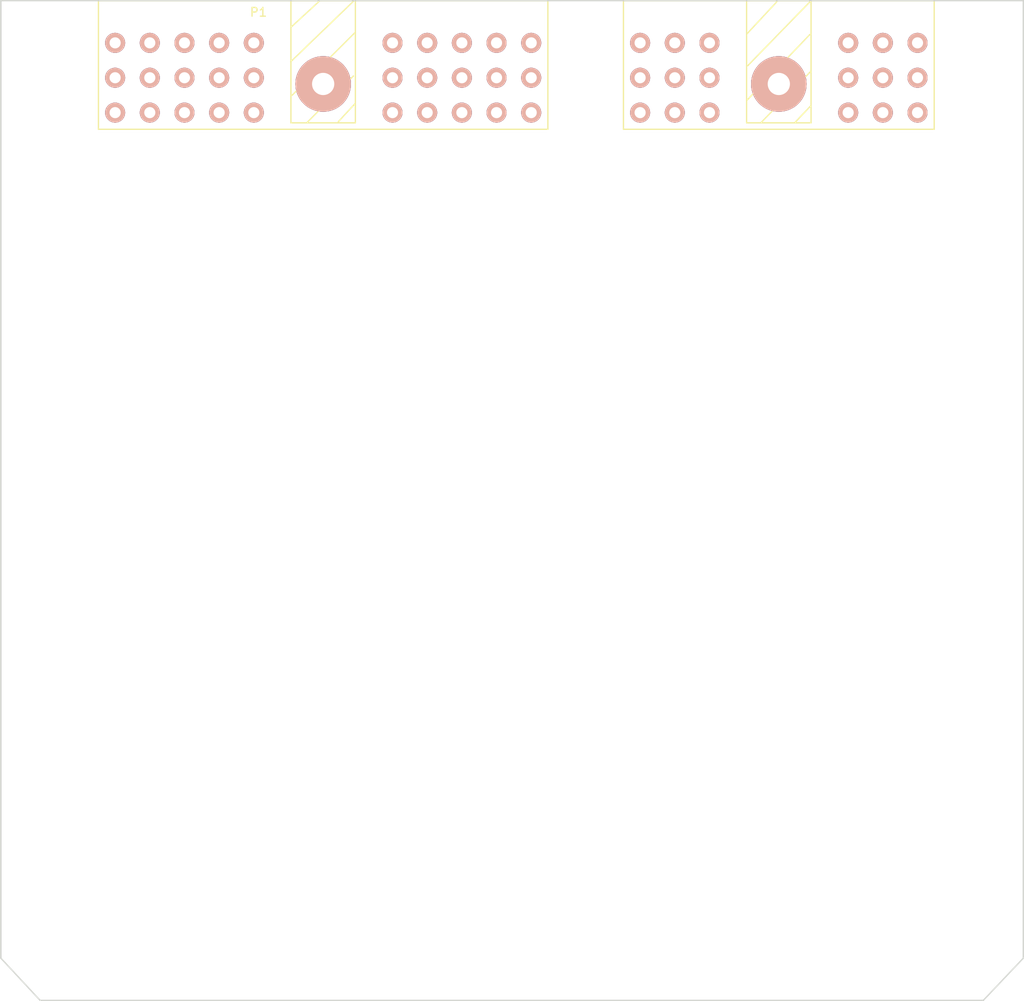
<source format=kicad_pcb>
(kicad_pcb (version 4) (host pcbnew 0.201603210401+6634~43~ubuntu14.04.1-product)

  (general
    (links 0)
    (no_connects 0)
    (area 76.099999 37.824999 185.520001 152.500001)
    (thickness 1.6)
    (drawings 21)
    (tracks 0)
    (zones 0)
    (modules 1)
    (nets 49)
  )

  (page A4)
  (layers
    (0 F.Cu signal)
    (31 B.Cu signal)
    (32 B.Adhes user)
    (33 F.Adhes user)
    (34 B.Paste user)
    (35 F.Paste user)
    (36 B.SilkS user)
    (37 F.SilkS user)
    (38 B.Mask user)
    (39 F.Mask user)
    (40 Dwgs.User user)
    (41 Cmts.User user)
    (42 Eco1.User user)
    (43 Eco2.User user)
    (44 Edge.Cuts user)
    (45 Margin user)
    (46 B.CrtYd user)
    (47 F.CrtYd user)
    (48 B.Fab user)
    (49 F.Fab user)
  )

  (setup
    (last_trace_width 0.25)
    (trace_clearance 0.2)
    (zone_clearance 0.508)
    (zone_45_only yes)
    (trace_min 0.2)
    (segment_width 0.2)
    (edge_width 0.15)
    (via_size 0.6)
    (via_drill 0.4)
    (via_min_size 0.4)
    (via_min_drill 0.3)
    (uvia_size 0.3)
    (uvia_drill 0.1)
    (uvias_allowed no)
    (uvia_min_size 0.2)
    (uvia_min_drill 0.1)
    (pcb_text_width 0.3)
    (pcb_text_size 1.5 1.5)
    (mod_edge_width 0.15)
    (mod_text_size 1 1)
    (mod_text_width 0.15)
    (pad_size 1.524 1.524)
    (pad_drill 0.762)
    (pad_to_mask_clearance 0.2)
    (aux_axis_origin 0 0)
    (grid_origin 68.58 38.1)
    (visible_elements FFFFEF7F)
    (pcbplotparams
      (layerselection 0x00030_ffffffff)
      (usegerberextensions false)
      (excludeedgelayer true)
      (linewidth 0.050000)
      (plotframeref false)
      (viasonmask false)
      (mode 1)
      (useauxorigin false)
      (hpglpennumber 1)
      (hpglpenspeed 20)
      (hpglpendiameter 15)
      (psnegative false)
      (psa4output false)
      (plotreference true)
      (plotvalue true)
      (plotinvisibletext false)
      (padsonsilk false)
      (subtractmaskfromsilk false)
      (outputformat 1)
      (mirror false)
      (drillshape 1)
      (scaleselection 1)
      (outputdirectory ""))
  )

  (net 0 "")
  (net 1 "Net-(P1-Pad7)")
  (net 2 "Net-(P1-Pad8)")
  (net 3 "Net-(P1-Pad9)")
  (net 4 "Net-(P1-Pad4)")
  (net 5 "Net-(P1-Pad1)")
  (net 6 "Net-(P1-Pad2)")
  (net 7 "Net-(P1-Pad5)")
  (net 8 "Net-(P1-Pad3)")
  (net 9 "Net-(P1-Pad6)")
  (net 10 "Net-(P1-Pad12)")
  (net 11 "Net-(P1-Pad15)")
  (net 12 "Net-(P1-Pad18)")
  (net 13 "Net-(P1-Pad11)")
  (net 14 "Net-(P1-Pad14)")
  (net 15 "Net-(P1-Pad17)")
  (net 16 "Net-(P1-Pad10)")
  (net 17 "Net-(P1-Pad13)")
  (net 18 "Net-(P1-Pad16)")
  (net 19 "Net-(P1-Pad31)")
  (net 20 "Net-(P1-Pad28)")
  (net 21 "Net-(P1-Pad25)")
  (net 22 "Net-(P1-Pad22)")
  (net 23 "Net-(P1-Pad19)")
  (net 24 "Net-(P1-Pad32)")
  (net 25 "Net-(P1-Pad29)")
  (net 26 "Net-(P1-Pad26)")
  (net 27 "Net-(P1-Pad23)")
  (net 28 "Net-(P1-Pad20)")
  (net 29 "Net-(P1-Pad33)")
  (net 30 "Net-(P1-Pad30)")
  (net 31 "Net-(P1-Pad27)")
  (net 32 "Net-(P1-Pad24)")
  (net 33 "Net-(P1-Pad21)")
  (net 34 "Net-(P1-Pad34)")
  (net 35 "Net-(P1-Pad37)")
  (net 36 "Net-(P1-Pad40)")
  (net 37 "Net-(P1-Pad43)")
  (net 38 "Net-(P1-Pad46)")
  (net 39 "Net-(P1-Pad35)")
  (net 40 "Net-(P1-Pad38)")
  (net 41 "Net-(P1-Pad41)")
  (net 42 "Net-(P1-Pad44)")
  (net 43 "Net-(P1-Pad47)")
  (net 44 "Net-(P1-Pad36)")
  (net 45 "Net-(P1-Pad39)")
  (net 46 "Net-(P1-Pad42)")
  (net 47 "Net-(P1-Pad45)")
  (net 48 "Net-(P1-Pad48)")

  (net_class Default "This is the default net class."
    (clearance 0.2)
    (trace_width 0.25)
    (via_dia 0.6)
    (via_drill 0.4)
    (uvia_dia 0.3)
    (uvia_drill 0.1)
    (add_net "Net-(P1-Pad1)")
    (add_net "Net-(P1-Pad10)")
    (add_net "Net-(P1-Pad11)")
    (add_net "Net-(P1-Pad12)")
    (add_net "Net-(P1-Pad13)")
    (add_net "Net-(P1-Pad14)")
    (add_net "Net-(P1-Pad15)")
    (add_net "Net-(P1-Pad16)")
    (add_net "Net-(P1-Pad17)")
    (add_net "Net-(P1-Pad18)")
    (add_net "Net-(P1-Pad19)")
    (add_net "Net-(P1-Pad2)")
    (add_net "Net-(P1-Pad20)")
    (add_net "Net-(P1-Pad21)")
    (add_net "Net-(P1-Pad22)")
    (add_net "Net-(P1-Pad23)")
    (add_net "Net-(P1-Pad24)")
    (add_net "Net-(P1-Pad25)")
    (add_net "Net-(P1-Pad26)")
    (add_net "Net-(P1-Pad27)")
    (add_net "Net-(P1-Pad28)")
    (add_net "Net-(P1-Pad29)")
    (add_net "Net-(P1-Pad3)")
    (add_net "Net-(P1-Pad30)")
    (add_net "Net-(P1-Pad31)")
    (add_net "Net-(P1-Pad32)")
    (add_net "Net-(P1-Pad33)")
    (add_net "Net-(P1-Pad34)")
    (add_net "Net-(P1-Pad35)")
    (add_net "Net-(P1-Pad36)")
    (add_net "Net-(P1-Pad37)")
    (add_net "Net-(P1-Pad38)")
    (add_net "Net-(P1-Pad39)")
    (add_net "Net-(P1-Pad4)")
    (add_net "Net-(P1-Pad40)")
    (add_net "Net-(P1-Pad41)")
    (add_net "Net-(P1-Pad42)")
    (add_net "Net-(P1-Pad43)")
    (add_net "Net-(P1-Pad44)")
    (add_net "Net-(P1-Pad45)")
    (add_net "Net-(P1-Pad46)")
    (add_net "Net-(P1-Pad47)")
    (add_net "Net-(P1-Pad48)")
    (add_net "Net-(P1-Pad5)")
    (add_net "Net-(P1-Pad6)")
    (add_net "Net-(P1-Pad7)")
    (add_net "Net-(P1-Pad8)")
    (add_net "Net-(P1-Pad9)")
  )

  (module cinch:Conn48pin (layer F.Cu) (tedit 56FAE7EF) (tstamp 56FB0935)
    (at 105.41 47.625)
    (path /56FAE790)
    (fp_text reference P1 (at -7.3914 -8.2042) (layer F.SilkS)
      (effects (font (size 1 1) (thickness 0.15)))
    )
    (fp_text value Conn48pin (at 9.2202 -7.9502) (layer F.Fab)
      (effects (font (size 1 1) (thickness 0.15)))
    )
    (fp_line (start -25.6794 5.1816) (end -25.6794 -9.525) (layer F.SilkS) (width 0.15))
    (fp_line (start 25.6794 5.1816) (end -25.6794 5.1816) (layer F.SilkS) (width 0.15))
    (fp_line (start 25.6794 -9.525) (end 25.6794 5.1816) (layer F.SilkS) (width 0.15))
    (fp_line (start -25.6794 -9.525) (end 25.6794 -9.525) (layer F.SilkS) (width 0.15))
    (fp_line (start 34.3154 5.1816) (end 34.3154 -9.525) (layer F.SilkS) (width 0.15))
    (fp_line (start 69.8246 5.1816) (end 34.3154 5.1816) (layer F.SilkS) (width 0.15))
    (fp_line (start 69.8246 -9.525) (end 69.8246 5.1816) (layer F.SilkS) (width 0.15))
    (fp_line (start 34.3154 -9.525) (end 69.8246 -9.525) (layer F.SilkS) (width 0.15))
    (fp_line (start 3.6322 2.2606) (end 1.7272 4.318) (layer F.SilkS) (width 0.15))
    (fp_line (start 3.4544 -0.9144) (end -1.8288 4.3942) (layer F.SilkS) (width 0.15))
    (fp_line (start 3.6068 -5.842) (end -3.556 1.2954) (layer F.SilkS) (width 0.15))
    (fp_line (start 3.5052 -9.4996) (end -3.7084 -2.54) (layer F.SilkS) (width 0.15))
    (fp_line (start -0.4572 -9.4488) (end -3.6322 -6.5278) (layer F.SilkS) (width 0.15))
    (fp_line (start 55.6768 2.54) (end 53.9242 4.3942) (layer F.SilkS) (width 0.15))
    (fp_line (start 55.7276 -1.4478) (end 50.038 4.4196) (layer F.SilkS) (width 0.15))
    (fp_line (start 55.626 -5.6642) (end 48.4632 1.8288) (layer F.SilkS) (width 0.15))
    (fp_line (start 55.7022 -9.4742) (end 48.514 -2.0828) (layer F.SilkS) (width 0.15))
    (fp_line (start 51.8414 -9.398) (end 48.4632 -5.7658) (layer F.SilkS) (width 0.15))
    (fp_line (start 55.753 -9.525) (end 48.387 -9.525) (layer F.SilkS) (width 0.15))
    (fp_line (start 55.753 4.445) (end 55.753 -9.525) (layer F.SilkS) (width 0.15))
    (fp_line (start 48.387 4.445) (end 55.753 4.445) (layer F.SilkS) (width 0.15))
    (fp_line (start 48.387 -9.525) (end 48.387 4.445) (layer F.SilkS) (width 0.15))
    (fp_line (start -3.683 4.445) (end -3.683 -9.525) (layer F.SilkS) (width 0.15))
    (fp_line (start 3.683 4.445) (end -3.683 4.445) (layer F.SilkS) (width 0.15))
    (fp_line (start 3.683 -9.525) (end 3.683 4.445) (layer F.SilkS) (width 0.15))
    (fp_line (start -3.683 -9.525) (end 3.683 -9.525) (layer F.SilkS) (width 0.15))
    (pad "" thru_hole circle (at 52.07 0) (size 6.35 6.35) (drill 2.54) (layers *.Cu *.Mask B.SilkS))
    (pad "" thru_hole circle (at 0 0) (size 6.35 6.35) (drill 2.54) (layers *.Cu *.Mask B.SilkS))
    (pad 7 thru_hole circle (at 44.1452 -4.699) (size 2.286 2.286) (drill 1.27) (layers *.Cu *.Mask B.SilkS)
      (net 1 "Net-(P1-Pad7)"))
    (pad 8 thru_hole circle (at 44.1452 -0.7112) (size 2.286 2.286) (drill 1.27) (layers *.Cu *.Mask B.SilkS)
      (net 2 "Net-(P1-Pad8)"))
    (pad 9 thru_hole circle (at 44.1452 3.2766) (size 2.286 2.286) (drill 1.27) (layers *.Cu *.Mask B.SilkS)
      (net 3 "Net-(P1-Pad9)"))
    (pad 4 thru_hole circle (at 40.1828 -4.699) (size 2.286 2.286) (drill 1.27) (layers *.Cu *.Mask B.SilkS)
      (net 4 "Net-(P1-Pad4)"))
    (pad 1 thru_hole circle (at 36.2204 -4.699) (size 2.286 2.286) (drill 1.27) (layers *.Cu *.Mask B.SilkS)
      (net 5 "Net-(P1-Pad1)"))
    (pad 2 thru_hole circle (at 36.2204 -0.7112) (size 2.286 2.286) (drill 1.27) (layers *.Cu *.Mask B.SilkS)
      (net 6 "Net-(P1-Pad2)"))
    (pad 5 thru_hole circle (at 40.1828 -0.7112) (size 2.286 2.286) (drill 1.27) (layers *.Cu *.Mask B.SilkS)
      (net 7 "Net-(P1-Pad5)"))
    (pad 3 thru_hole circle (at 36.2204 3.2766) (size 2.286 2.286) (drill 1.27) (layers *.Cu *.Mask B.SilkS)
      (net 8 "Net-(P1-Pad3)"))
    (pad 6 thru_hole circle (at 40.1828 3.2766) (size 2.286 2.286) (drill 1.27) (layers *.Cu *.Mask B.SilkS)
      (net 9 "Net-(P1-Pad6)"))
    (pad 12 thru_hole circle (at 59.9948 3.2766) (size 2.286 2.286) (drill 1.27) (layers *.Cu *.Mask B.SilkS)
      (net 10 "Net-(P1-Pad12)"))
    (pad 15 thru_hole circle (at 63.9572 3.2766) (size 2.286 2.286) (drill 1.27) (layers *.Cu *.Mask B.SilkS)
      (net 11 "Net-(P1-Pad15)"))
    (pad 18 thru_hole circle (at 67.9196 3.2766) (size 2.286 2.286) (drill 1.27) (layers *.Cu *.Mask B.SilkS)
      (net 12 "Net-(P1-Pad18)"))
    (pad 11 thru_hole circle (at 59.9948 -0.7112) (size 2.286 2.286) (drill 1.27) (layers *.Cu *.Mask B.SilkS)
      (net 13 "Net-(P1-Pad11)"))
    (pad 14 thru_hole circle (at 63.9572 -0.7112) (size 2.286 2.286) (drill 1.27) (layers *.Cu *.Mask B.SilkS)
      (net 14 "Net-(P1-Pad14)"))
    (pad 17 thru_hole circle (at 67.9196 -0.7112) (size 2.286 2.286) (drill 1.27) (layers *.Cu *.Mask B.SilkS)
      (net 15 "Net-(P1-Pad17)"))
    (pad 10 thru_hole circle (at 59.9948 -4.699) (size 2.286 2.286) (drill 1.27) (layers *.Cu *.Mask B.SilkS)
      (net 16 "Net-(P1-Pad10)"))
    (pad 13 thru_hole circle (at 63.9572 -4.699) (size 2.286 2.286) (drill 1.27) (layers *.Cu *.Mask B.SilkS)
      (net 17 "Net-(P1-Pad13)"))
    (pad 16 thru_hole circle (at 67.9196 -4.699) (size 2.286 2.286) (drill 1.27) (layers *.Cu *.Mask B.SilkS)
      (net 18 "Net-(P1-Pad16)"))
    (pad 31 thru_hole circle (at -7.9248 -4.699) (size 2.286 2.286) (drill 1.27) (layers *.Cu *.Mask B.SilkS)
      (net 19 "Net-(P1-Pad31)"))
    (pad 28 thru_hole circle (at -11.8872 -4.699) (size 2.286 2.286) (drill 1.27) (layers *.Cu *.Mask B.SilkS)
      (net 20 "Net-(P1-Pad28)"))
    (pad 25 thru_hole circle (at -15.8496 -4.699) (size 2.286 2.286) (drill 1.27) (layers *.Cu *.Mask B.SilkS)
      (net 21 "Net-(P1-Pad25)"))
    (pad 22 thru_hole circle (at -19.812 -4.699) (size 2.286 2.286) (drill 1.27) (layers *.Cu *.Mask B.SilkS)
      (net 22 "Net-(P1-Pad22)"))
    (pad 19 thru_hole circle (at -23.7744 -4.699) (size 2.286 2.286) (drill 1.27) (layers *.Cu *.Mask B.SilkS)
      (net 23 "Net-(P1-Pad19)"))
    (pad 32 thru_hole circle (at -7.9248 -0.7112) (size 2.286 2.286) (drill 1.27) (layers *.Cu *.Mask B.SilkS)
      (net 24 "Net-(P1-Pad32)"))
    (pad 29 thru_hole circle (at -11.8872 -0.7112) (size 2.286 2.286) (drill 1.27) (layers *.Cu *.Mask B.SilkS)
      (net 25 "Net-(P1-Pad29)"))
    (pad 26 thru_hole circle (at -15.8496 -0.7112) (size 2.286 2.286) (drill 1.27) (layers *.Cu *.Mask B.SilkS)
      (net 26 "Net-(P1-Pad26)"))
    (pad 23 thru_hole circle (at -19.812 -0.7112) (size 2.286 2.286) (drill 1.27) (layers *.Cu *.Mask B.SilkS)
      (net 27 "Net-(P1-Pad23)"))
    (pad 20 thru_hole circle (at -23.7744 -0.7112) (size 2.286 2.286) (drill 1.27) (layers *.Cu *.Mask B.SilkS)
      (net 28 "Net-(P1-Pad20)"))
    (pad 33 thru_hole circle (at -7.9248 3.2766) (size 2.286 2.286) (drill 1.27) (layers *.Cu *.Mask B.SilkS)
      (net 29 "Net-(P1-Pad33)"))
    (pad 30 thru_hole circle (at -11.8872 3.2766) (size 2.286 2.286) (drill 1.27) (layers *.Cu *.Mask B.SilkS)
      (net 30 "Net-(P1-Pad30)"))
    (pad 27 thru_hole circle (at -15.8496 3.2766) (size 2.286 2.286) (drill 1.27) (layers *.Cu *.Mask B.SilkS)
      (net 31 "Net-(P1-Pad27)"))
    (pad 24 thru_hole circle (at -19.812 3.2766) (size 2.286 2.286) (drill 1.27) (layers *.Cu *.Mask B.SilkS)
      (net 32 "Net-(P1-Pad24)"))
    (pad 21 thru_hole circle (at -23.7744 3.2766) (size 2.286 2.286) (drill 1.27) (layers *.Cu *.Mask B.SilkS)
      (net 33 "Net-(P1-Pad21)"))
    (pad 34 thru_hole circle (at 7.9248 -4.699) (size 2.286 2.286) (drill 1.27) (layers *.Cu *.Mask B.SilkS)
      (net 34 "Net-(P1-Pad34)"))
    (pad 37 thru_hole circle (at 11.8872 -4.699) (size 2.286 2.286) (drill 1.27) (layers *.Cu *.Mask B.SilkS)
      (net 35 "Net-(P1-Pad37)"))
    (pad 40 thru_hole circle (at 15.8496 -4.699) (size 2.286 2.286) (drill 1.27) (layers *.Cu *.Mask B.SilkS)
      (net 36 "Net-(P1-Pad40)"))
    (pad 43 thru_hole circle (at 19.812 -4.699) (size 2.286 2.286) (drill 1.27) (layers *.Cu *.Mask B.SilkS)
      (net 37 "Net-(P1-Pad43)"))
    (pad 46 thru_hole circle (at 23.7744 -4.699) (size 2.286 2.286) (drill 1.27) (layers *.Cu *.Mask B.SilkS)
      (net 38 "Net-(P1-Pad46)"))
    (pad 35 thru_hole circle (at 7.9248 -0.7112) (size 2.286 2.286) (drill 1.27) (layers *.Cu *.Mask B.SilkS)
      (net 39 "Net-(P1-Pad35)"))
    (pad 38 thru_hole circle (at 11.8872 -0.7112) (size 2.286 2.286) (drill 1.27) (layers *.Cu *.Mask B.SilkS)
      (net 40 "Net-(P1-Pad38)"))
    (pad 41 thru_hole circle (at 15.8496 -0.7112) (size 2.286 2.286) (drill 1.27) (layers *.Cu *.Mask B.SilkS)
      (net 41 "Net-(P1-Pad41)"))
    (pad 44 thru_hole circle (at 19.812 -0.7112) (size 2.286 2.286) (drill 1.27) (layers *.Cu *.Mask B.SilkS)
      (net 42 "Net-(P1-Pad44)"))
    (pad 47 thru_hole circle (at 23.7744 -0.7112) (size 2.286 2.286) (drill 1.27) (layers *.Cu *.Mask B.SilkS)
      (net 43 "Net-(P1-Pad47)"))
    (pad 36 thru_hole circle (at 7.9248 3.2766) (size 2.286 2.286) (drill 1.27) (layers *.Cu *.Mask B.SilkS)
      (net 44 "Net-(P1-Pad36)"))
    (pad 39 thru_hole circle (at 11.8872 3.2766) (size 2.286 2.286) (drill 1.27) (layers *.Cu *.Mask B.SilkS)
      (net 45 "Net-(P1-Pad39)"))
    (pad 42 thru_hole circle (at 15.8496 3.2766) (size 2.286 2.286) (drill 1.27) (layers *.Cu *.Mask B.SilkS)
      (net 46 "Net-(P1-Pad42)"))
    (pad 45 thru_hole circle (at 19.812 3.2766) (size 2.286 2.286) (drill 1.27) (layers *.Cu *.Mask B.SilkS)
      (net 47 "Net-(P1-Pad45)"))
    (pad 48 thru_hole circle (at 23.7744 3.2766) (size 2.286 2.286) (drill 1.27) (layers *.Cu *.Mask B.SilkS)
      (net 48 "Net-(P1-Pad48)"))
    (model /home/fredrikjohansson/elektronik/cinch/freecad_models/48pin_se.wrl
      (at (xyz 0.9399999999999999 0.375 0))
      (scale (xyz 0.395 0.395 0.395))
      (rotate (xyz 0 0 270))
    )
  )

  (gr_text "Zone 4\nheight increases from zone3 to zone1" (at 127.1905 64.135) (layer Cmts.User)
    (effects (font (size 1.5 1.5) (thickness 0.3)))
  )
  (gr_text "Zone1 max 1.140\" (28.96mm) height over board" (at 130.302 55.8165) (layer Cmts.User)
    (effects (font (size 1.5 1.5) (thickness 0.3)))
  )
  (gr_line (start 68.58 69.6976) (end 185.42 69.6976) (layer Dwgs.User) (width 0.2))
  (gr_line (start 68.58 58.801) (end 185.42 58.801) (layer Dwgs.User) (width 0.2))
  (gr_text "Zone3 \nMax 0.900\" (22.86mm) height over pcb" (at 127.1905 72.644) (layer Cmts.User)
    (effects (font (size 1.5 1.5) (thickness 0.3)))
  )
  (gr_text "Zone 2 \nmax 0.600\" (15,24mm) height over pcb" (at 128.5875 89.027) (layer Cmts.User)
    (effects (font (size 1.5 1.5) (thickness 0.3)))
  )
  (gr_arc (start 96.0882 89.408) (end 82.3722 89.408) (angle 90) (layer Dwgs.User) (width 0.2))
  (gr_arc (start 157.9118 89.408) (end 157.9118 75.692) (angle 90) (layer Dwgs.User) (width 0.2))
  (gr_line (start 173.3169 127) (end 173.3169 152.4) (layer Dwgs.User) (width 0.2))
  (gr_line (start 171.6278 124.079) (end 173.3169 127) (layer Dwgs.User) (width 0.2))
  (gr_line (start 171.6278 89.408) (end 171.6278 124.079) (layer Dwgs.User) (width 0.2))
  (gr_line (start 96.0882 75.692) (end 157.9118 75.692) (layer Dwgs.User) (width 0.2))
  (gr_line (start 82.3722 124.079) (end 82.3722 89.408) (layer Dwgs.User) (width 0.2))
  (gr_line (start 80.6831 127) (end 82.3722 124.079) (layer Dwgs.User) (width 0.2))
  (gr_line (start 80.6831 152.4) (end 80.6831 127) (layer Dwgs.User) (width 0.2))
  (gr_line (start 68.58 147.574) (end 68.58 38.1) (layer Edge.Cuts) (width 0.15))
  (gr_line (start 73.0631 152.4) (end 68.58 147.574) (layer Edge.Cuts) (width 0.15))
  (gr_line (start 180.848 152.4) (end 73.0631 152.4) (layer Edge.Cuts) (width 0.15))
  (gr_line (start 185.42 147.574) (end 180.848 152.4) (layer Edge.Cuts) (width 0.15))
  (gr_line (start 185.42 38.1) (end 185.42 147.574) (layer Edge.Cuts) (width 0.15))
  (gr_line (start 68.58 38.1) (end 185.42 38.1) (layer Edge.Cuts) (width 0.15))

  (zone (net 0) (net_name "") (layer B.Cu) (tstamp 0) (hatch full 0.508)
    (connect_pads (clearance 0.508))
    (min_thickness 0.254)
    (keepout (tracks not_allowed) (vias not_allowed) (copperpour not_allowed))
    (fill (arc_segments 16) (thermal_gap 0.508) (thermal_bridge_width 0.508))
    (polygon
      (pts
        (xy 74.676 38.1) (xy 79.248 38.1) (xy 79.248 152.4) (xy 74.676 152.4)
      )
    )
  )
  (zone (net 0) (net_name "") (layer B.Cu) (tstamp 0) (hatch full 0.508)
    (connect_pads (clearance 0.508))
    (min_thickness 0.254)
    (keepout (tracks not_allowed) (vias not_allowed) (copperpour allowed))
    (fill (arc_segments 16) (thermal_gap 0.508) (thermal_bridge_width 0.508))
    (polygon
      (pts
        (xy 179.324 38.1) (xy 179.324 152.4) (xy 174.752 152.4) (xy 174.752 38.1)
      )
    )
  )
  (zone (net 0) (net_name "") (layer B.Cu) (tstamp 0) (hatch full 0.508)
    (connect_pads (clearance 0.508))
    (min_thickness 0.254)
    (keepout (tracks not_allowed) (vias not_allowed) (copperpour allowed))
    (fill (arc_segments 16) (thermal_gap 0.508) (thermal_bridge_width 0.508))
    (polygon
      (pts
        (xy 89.154 152.4) (xy 92.9005 152.4) (xy 92.9005 144.78) (xy 89.154 144.78)
      )
    )
  )
  (zone (net 0) (net_name "") (layer B.Cu) (tstamp 0) (hatch full 0.508)
    (connect_pads (clearance 0.508))
    (min_thickness 0.254)
    (keepout (tracks not_allowed) (vias not_allowed) (copperpour allowed))
    (fill (arc_segments 16) (thermal_gap 0.508) (thermal_bridge_width 0.508))
    (polygon
      (pts
        (xy 164.846 152.4) (xy 161.036 152.4) (xy 161.036 144.78) (xy 164.846 144.78)
      )
    )
  )
  (zone (net 0) (net_name "") (layer F.Cu) (tstamp 0) (hatch full 0.508)
    (connect_pads (clearance 0.508))
    (min_thickness 0.254)
    (keepout (tracks not_allowed) (vias not_allowed) (copperpour allowed))
    (fill (arc_segments 16) (thermal_gap 0.508) (thermal_bridge_width 0.508))
    (polygon
      (pts
        (xy 125.095 152.4) (xy 128.905 152.4) (xy 128.905 144.78) (xy 125.095 144.78)
      )
    )
  )
  (zone (net 0) (net_name "") (layer B.Cu) (tstamp 0) (hatch full 0.508)
    (connect_pads (clearance 0.508))
    (min_thickness 0.254)
    (keepout (tracks not_allowed) (vias not_allowed) (copperpour allowed))
    (fill (arc_segments 16) (thermal_gap 0.508) (thermal_bridge_width 0.508))
    (polygon
      (pts
        (xy 182.88 38.1) (xy 182.88 150.241) (xy 185.42 147.574) (xy 185.42 38.1)
      )
    )
  )
  (zone (net 0) (net_name "") (layer F.Cu) (tstamp 0) (hatch full 0.508)
    (connect_pads (clearance 0.508))
    (min_thickness 0.254)
    (keepout (tracks not_allowed) (vias not_allowed) (copperpour allowed))
    (fill (arc_segments 16) (thermal_gap 0.508) (thermal_bridge_width 0.508))
    (polygon
      (pts
        (xy 185.42 38.1) (xy 185.42 147.574) (xy 180.848 152.4) (xy 173.355 152.4) (xy 173.355 147.574)
        (xy 181.102 147.574) (xy 181.102 69.6595) (xy 183.642 69.6595) (xy 183.642 38.1)
      )
    )
  )
  (zone (net 0) (net_name "") (layer B.Cu) (tstamp 0) (hatch full 0.508)
    (connect_pads (clearance 0.508))
    (min_thickness 0.254)
    (keepout (tracks not_allowed) (vias not_allowed) (copperpour allowed))
    (fill (arc_segments 16) (thermal_gap 0.508) (thermal_bridge_width 0.508))
    (polygon
      (pts
        (xy 68.58 38.1) (xy 68.58 147.574) (xy 71.12 150.3045) (xy 71.12 38.1)
      )
    )
  )
  (zone (net 0) (net_name "") (layer F.Cu) (tstamp 0) (hatch full 0.508)
    (connect_pads (clearance 0.508))
    (min_thickness 0.254)
    (keepout (tracks not_allowed) (vias not_allowed) (copperpour allowed))
    (fill (arc_segments 16) (thermal_gap 0.508) (thermal_bridge_width 0.508))
    (polygon
      (pts
        (xy 68.58 38.1) (xy 68.58 147.574) (xy 73.0885 152.4) (xy 80.645 152.4) (xy 80.645 69.6595)
        (xy 70.8025 69.6595) (xy 70.8025 38.1)
      )
    )
  )
)

</source>
